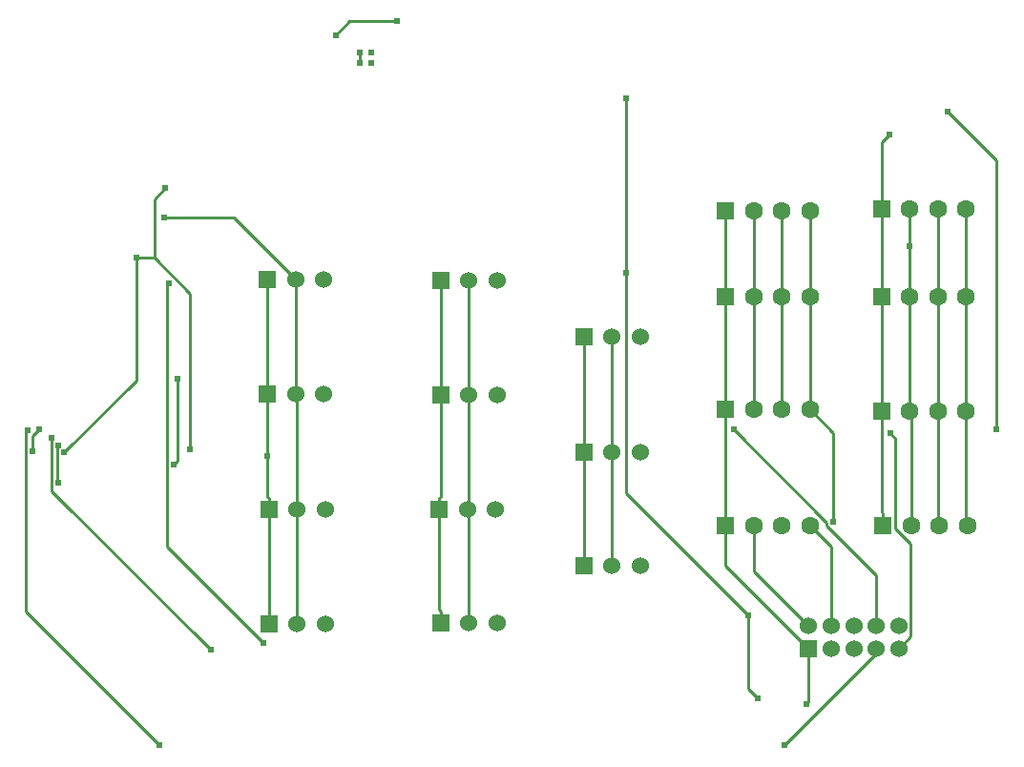
<source format=gbl>
G04 Layer: BottomLayer*
G04 EasyEDA v6.5.51, 2026-01-30 13:44:17*
G04 92297e22193845c58655d16a6a8cf733,4a48564a065a4812aa16136ba7ac55d9,10*
G04 Gerber Generator version 0.2*
G04 Scale: 100 percent, Rotated: No, Reflected: No *
G04 Dimensions in millimeters *
G04 leading zeros omitted , absolute positions ,4 integer and 5 decimal *
%FSLAX45Y45*%
%MOMM*%

%ADD10C,0.2540*%
%ADD11C,1.6000*%
%ADD12R,1.6000X1.6000*%
%ADD13R,1.5240X1.5240*%
%ADD14C,1.5240*%
%ADD15C,0.6096*%
%ADD16C,0.0198*%

%LPD*%
D10*
X4128315Y13246884D02*
G01*
X4128315Y13346884D01*
X2434313Y11295707D02*
G01*
X2415974Y11277368D01*
X2415974Y8961879D01*
X3272640Y8105213D01*
X8708900Y8253346D02*
G01*
X8708900Y8707930D01*
X8270598Y9146232D01*
X8270598Y9169930D01*
X7442050Y9998478D01*
X1224688Y9801171D02*
G01*
X1224688Y9941913D01*
X1281254Y9998478D01*
X1391008Y9921491D02*
G01*
X1391008Y9451769D01*
X2802892Y8039884D01*
X8833512Y9962614D02*
G01*
X8879613Y9916513D01*
X8879613Y9120908D01*
X9013344Y8987177D01*
X9013344Y8157740D01*
X8909052Y8053448D01*
X2349756Y7194623D02*
G01*
X1166116Y8378263D01*
X1166116Y9973104D01*
X1181077Y9988064D01*
X8708900Y8053448D02*
G01*
X8708900Y8012325D01*
X7891198Y7194623D01*
X9268995Y9143997D02*
G01*
X9256295Y9156697D01*
X9256295Y10159997D01*
X9256295Y10159997D02*
G01*
X9256295Y11175997D01*
X9256295Y11175997D02*
G01*
X9256295Y11950697D01*
X7871995Y10172697D02*
G01*
X7871995Y11175997D01*
X7871995Y11175997D02*
G01*
X7871995Y11937997D01*
X2301801Y11525704D02*
G01*
X2301801Y12038835D01*
X2401089Y12138124D01*
X2301801Y11525704D02*
G01*
X2622323Y11205182D01*
X2622323Y9820348D01*
X2142162Y11525704D02*
G01*
X2301801Y11525704D01*
X2142162Y11525704D02*
G01*
X2142162Y10433580D01*
X1503352Y9794770D01*
X8308850Y8253346D02*
G01*
X8308850Y8957155D01*
X8122008Y9143997D01*
X9519008Y9143997D02*
G01*
X9506308Y9156697D01*
X9506308Y10159997D01*
X9506308Y10159997D02*
G01*
X9506308Y11175997D01*
X9506308Y11175997D02*
G01*
X9506308Y11950697D01*
X8122008Y10172697D02*
G01*
X8122008Y11175997D01*
X8122008Y11175997D02*
G01*
X8122008Y11937997D01*
X2507922Y10443664D02*
G01*
X2507922Y9717199D01*
X2474521Y9683798D01*
X8122008Y10172697D02*
G01*
X8329373Y9965331D01*
X8329373Y9174680D01*
X8108952Y8253346D02*
G01*
X7622009Y8740289D01*
X7622009Y9143997D01*
X9019009Y9143997D02*
G01*
X9019009Y10147297D01*
X9006309Y10159997D01*
X9006309Y10159997D02*
G01*
X9006309Y11175997D01*
X7622009Y10172697D02*
G01*
X7622009Y11175997D01*
X7622009Y11175997D02*
G01*
X7622009Y11937997D01*
X9006309Y11175997D02*
G01*
X9006309Y11628523D01*
X9006309Y11628523D02*
G01*
X9006309Y11950697D01*
X1451815Y9853521D02*
G01*
X1444805Y9846510D01*
X1444805Y9537291D01*
X1453111Y9528985D01*
X7570193Y8349206D02*
G01*
X7570193Y7693301D01*
X7656197Y7607297D01*
X7570193Y8349206D02*
G01*
X6487060Y9432338D01*
X6487060Y11389205D01*
X6487060Y11389205D02*
G01*
X6487060Y12933956D01*
X4452546Y13620518D02*
G01*
X4034513Y13620518D01*
X3911577Y13497582D01*
X6362677Y8788397D02*
G01*
X6362677Y9791697D01*
X5092677Y8280397D02*
G01*
X5092677Y9270997D01*
X5079977Y9283697D01*
X5079977Y9283697D02*
G01*
X5092677Y9296397D01*
X5092677Y10299697D01*
X5092677Y10299697D02*
G01*
X5092677Y11315697D01*
X3568677Y8267697D02*
G01*
X3568677Y9283697D01*
X3568677Y9283697D02*
G01*
X3568677Y10299697D01*
X3555977Y10312397D01*
X3555977Y10312397D02*
G01*
X3555977Y11328397D01*
X6362677Y9791697D02*
G01*
X6362677Y10820397D01*
X3555977Y11328397D02*
G01*
X3006473Y11877901D01*
X2389634Y11877901D01*
X6112690Y8788397D02*
G01*
X6112690Y9791697D01*
X6112690Y9791697D02*
G01*
X6112690Y10820397D01*
X4842690Y8280397D02*
G01*
X4842690Y8384562D01*
X4842690Y8384562D02*
G01*
X4829990Y8397262D01*
X4829990Y9283697D01*
X4829990Y9283697D02*
G01*
X4829990Y9387862D01*
X4829990Y9387862D02*
G01*
X4842690Y9400562D01*
X4842690Y10299697D01*
X4842690Y10299697D02*
G01*
X4842690Y11315697D01*
X3318690Y8267697D02*
G01*
X3318690Y9283697D01*
X3318690Y9283697D02*
G01*
X3318690Y9387862D01*
X3305990Y10312397D02*
G01*
X3305990Y11328397D01*
X8108952Y8053448D02*
G01*
X7371996Y8790404D01*
X7371996Y9143997D01*
X8768996Y9143997D02*
G01*
X8768996Y9251947D01*
X8768996Y9251947D02*
G01*
X8756296Y9264647D01*
X8756296Y10159997D01*
X8756296Y10159997D02*
G01*
X8756296Y11175997D01*
X8756296Y11175997D02*
G01*
X8756296Y11950697D01*
X7371996Y11175997D02*
G01*
X7371996Y11937997D01*
X8108952Y8053448D02*
G01*
X8108952Y7576995D01*
X8091528Y7559570D01*
X7371996Y11175997D02*
G01*
X7371996Y10172697D01*
X7371996Y10172697D02*
G01*
X7371996Y9143997D01*
X8756296Y11950697D02*
G01*
X8756296Y12544981D01*
X8827721Y12616406D01*
X3318690Y9387862D02*
G01*
X3305990Y9400562D01*
X3305990Y9761014D01*
X3305990Y9761014D02*
G01*
X3305990Y10312397D01*
X9343189Y12815415D02*
G01*
X9771992Y12386612D01*
X9771992Y9994897D01*
D11*
G01*
X8122005Y11938000D03*
G01*
X7871993Y11938000D03*
G01*
X7622006Y11938000D03*
D12*
G01*
X7371994Y11938000D03*
D11*
G01*
X8122005Y11176000D03*
G01*
X7871993Y11176000D03*
G01*
X7622006Y11176000D03*
D12*
G01*
X7371994Y11176000D03*
D11*
G01*
X8122005Y10172700D03*
G01*
X7871993Y10172700D03*
G01*
X7622006Y10172700D03*
D12*
G01*
X7371994Y10172700D03*
D11*
G01*
X8122005Y9144000D03*
G01*
X7871993Y9144000D03*
G01*
X7622006Y9144000D03*
D12*
G01*
X7371994Y9144000D03*
D11*
G01*
X9506305Y11950700D03*
G01*
X9256293Y11950700D03*
G01*
X9006306Y11950700D03*
D12*
G01*
X8756294Y11950700D03*
D11*
G01*
X9506305Y11176000D03*
G01*
X9256293Y11176000D03*
G01*
X9006306Y11176000D03*
D12*
G01*
X8756294Y11176000D03*
D11*
G01*
X9506305Y10160000D03*
G01*
X9256293Y10160000D03*
G01*
X9006306Y10160000D03*
D12*
G01*
X8756294Y10160000D03*
D11*
G01*
X9519005Y9144000D03*
G01*
X9268993Y9144000D03*
G01*
X9019006Y9144000D03*
D12*
G01*
X8768994Y9144000D03*
D13*
G01*
X8108950Y8053451D03*
D14*
G01*
X8308847Y8053451D03*
G01*
X8509000Y8053451D03*
G01*
X8708897Y8053451D03*
G01*
X8909050Y8053451D03*
G01*
X8909050Y8253348D03*
G01*
X8708897Y8253348D03*
G01*
X8509000Y8253348D03*
G01*
X8308847Y8253348D03*
G01*
X8108950Y8253348D03*
D13*
G01*
X3306000Y11328400D03*
D14*
G01*
X3555987Y11328400D03*
G01*
X3805999Y11328400D03*
D13*
G01*
X3306000Y10312400D03*
D14*
G01*
X3555987Y10312400D03*
G01*
X3805999Y10312400D03*
D13*
G01*
X3318700Y9283700D03*
D14*
G01*
X3568687Y9283700D03*
G01*
X3818699Y9283700D03*
D13*
G01*
X3318700Y8267700D03*
D14*
G01*
X3568687Y8267700D03*
G01*
X3818699Y8267700D03*
D13*
G01*
X4842700Y11315700D03*
D14*
G01*
X5092687Y11315700D03*
G01*
X5342699Y11315700D03*
D13*
G01*
X4842700Y10299700D03*
D14*
G01*
X5092687Y10299700D03*
G01*
X5342699Y10299700D03*
D13*
G01*
X4830000Y9283700D03*
D14*
G01*
X5079987Y9283700D03*
G01*
X5329999Y9283700D03*
D13*
G01*
X4842700Y8280400D03*
D14*
G01*
X5092687Y8280400D03*
G01*
X5342699Y8280400D03*
D13*
G01*
X6112700Y10820400D03*
D14*
G01*
X6362687Y10820400D03*
G01*
X6612699Y10820400D03*
D13*
G01*
X6112700Y9791700D03*
D14*
G01*
X6362687Y9791700D03*
G01*
X6612699Y9791700D03*
D13*
G01*
X6112700Y8788400D03*
D14*
G01*
X6362687Y8788400D03*
G01*
X6612699Y8788400D03*
D15*
G01*
X4228312Y13346887D03*
G01*
X4128312Y13346887D03*
G01*
X4128312Y13246887D03*
G01*
X4228312Y13246887D03*
G01*
X9343189Y12815415D03*
G01*
X9771992Y9994897D03*
G01*
X3305990Y9761014D03*
G01*
X8827721Y12616406D03*
G01*
X8091528Y7559570D03*
G01*
X2389634Y11877901D03*
G01*
X4452546Y13620518D03*
G01*
X3911577Y13497582D03*
G01*
X6487060Y11389205D03*
G01*
X7656197Y7607297D03*
G01*
X7570193Y8349206D03*
G01*
X6487060Y12933956D03*
G01*
X1451815Y9853521D03*
G01*
X1453111Y9528985D03*
G01*
X9006309Y11628523D03*
G01*
X2507922Y10443664D03*
G01*
X2474521Y9683798D03*
G01*
X8329373Y9174680D03*
G01*
X1503352Y9794770D03*
G01*
X2401089Y12138124D03*
G01*
X2142162Y11525704D03*
G01*
X2622323Y9820348D03*
G01*
X1181077Y9988064D03*
G01*
X2349756Y7194623D03*
G01*
X7891198Y7194623D03*
G01*
X8833512Y9962614D03*
G01*
X1391008Y9921491D03*
G01*
X2802892Y8039884D03*
G01*
X7442050Y9998478D03*
G01*
X1281254Y9998478D03*
G01*
X1224688Y9801171D03*
G01*
X2434313Y11295707D03*
G01*
X3272640Y8105213D03*
M02*

</source>
